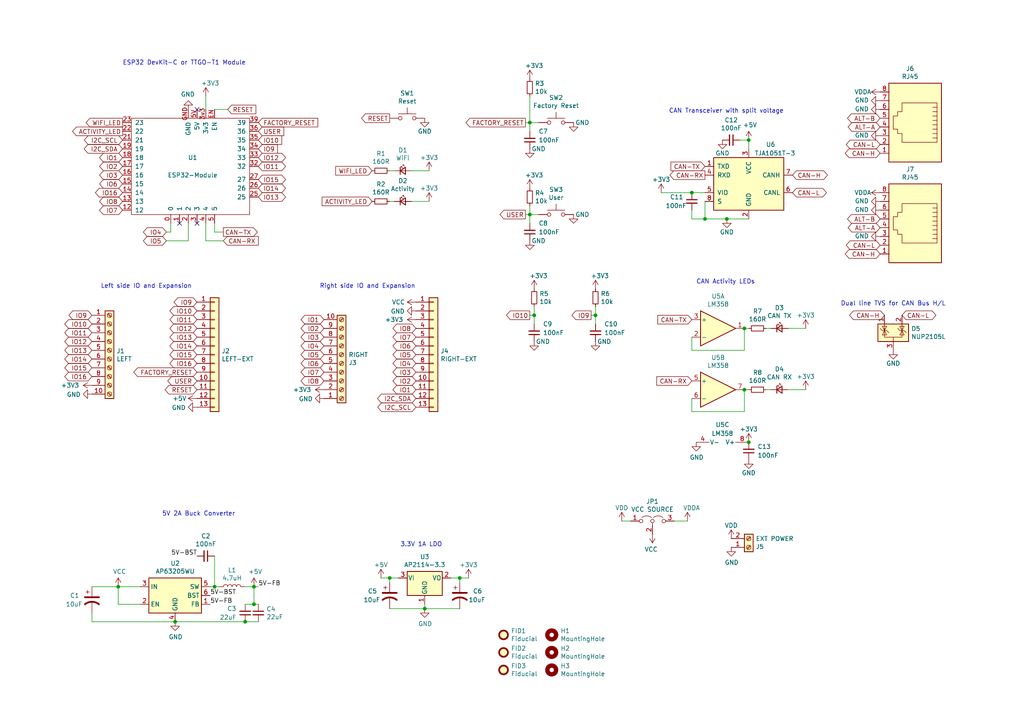
<source format=kicad_sch>
(kicad_sch (version 20211123) (generator eeschema)
  (paper "A4")
  (title_block (title "ESP32 OpenLCB IO Board") (date "2020-12-14") (rev "1.0"))
  (lib_symbols
    (symbol "Amplifier_Operational:LM358" (pin_names (offset 0.127))
      (property "Reference" "U" (at 0 5.08 0))
      (property "Value" "LM358" (at 0 -5.08 0))
      (symbol "LM358_1_1"
        (pin output line (at 7.62 0 180) (length 2.54) (name "~") (number "1"))
        (pin input line (at -7.62 -2.54 0) (length 2.54) (name "-") (number "2"))
        (pin input line (at -7.62 2.54 0) (length 2.54) (name "+") (number "3"))
      )
      (symbol "LM358_2_1"
        (pin input line (at -7.62 2.54 0) (length 2.54) (name "+") (number "5"))
        (pin input line (at -7.62 -2.54 0) (length 2.54) (name "-") (number "6"))
        (pin output line (at 7.62 0 180) (length 2.54) (name "~") (number "7"))
      )
      (symbol "LM358_3_1"
        (pin power_in line (at -2.54 -7.62 90) (length 3.81) (name "V-") (number "4"))
        (pin power_in line (at -2.54 7.62 270) (length 3.81) (name "V+") (number "8"))
      )
    )
    (symbol "Components:ESP32-Module" (pin_names (offset 1.016))
      (property "Reference" "U" (at -3.81 24.13 0))
      (property "Value" "ESP32-Module" (at -3.81 21.59 0))
      (symbol "ESP32-Module_1_1"
        (pin bidirectional line (at -1.27 -10.16 90) (length 2.54) (name "0") (number "0"))
        (pin bidirectional line (at 1.27 -10.16 90) (length 2.54) (name "1") (number "1"))
        (pin bidirectional line (at -15.24 -6.35 0) (length 2.54) (name "12") (number "12"))
        (pin bidirectional line (at -15.24 -3.81 0) (length 2.54) (name "13") (number "13"))
        (pin bidirectional line (at -15.24 -1.27 0) (length 2.54) (name "14") (number "14"))
        (pin bidirectional line (at -15.24 1.27 0) (length 2.54) (name "15") (number "15"))
        (pin bidirectional line (at -15.24 3.81 0) (length 2.54) (name "16") (number "16"))
        (pin bidirectional line (at -15.24 6.35 0) (length 2.54) (name "17") (number "17"))
        (pin bidirectional line (at -15.24 8.89 0) (length 2.54) (name "18") (number "18"))
        (pin bidirectional line (at -15.24 11.43 0) (length 2.54) (name "19") (number "19"))
        (pin bidirectional line (at 3.81 -10.16 90) (length 2.54) (name "2") (number "2"))
        (pin bidirectional line (at -15.24 13.97 0) (length 2.54) (name "21") (number "21"))
        (pin bidirectional line (at -15.24 16.51 0) (length 2.54) (name "22") (number "22"))
        (pin bidirectional line (at -15.24 19.05 0) (length 2.54) (name "23") (number "23"))
        (pin bidirectional line (at 24.13 -2.54 180) (length 2.54) (name "25") (number "25"))
        (pin bidirectional line (at 24.13 0 180) (length 2.54) (name "26") (number "26"))
        (pin bidirectional line (at 24.13 2.54 180) (length 2.54) (name "27") (number "27"))
        (pin bidirectional line (at 6.35 -10.16 90) (length 2.54) (name "3") (number "3"))
        (pin bidirectional line (at 24.13 6.35 180) (length 2.54) (name "32") (number "32"))
        (pin bidirectional line (at 24.13 8.89 180) (length 2.54) (name "33") (number "33"))
        (pin input line (at 24.13 11.43 180) (length 2.54) (name "34") (number "34"))
        (pin input line (at 24.13 13.97 180) (length 2.54) (name "35") (number "35"))
        (pin input line (at 24.13 16.51 180) (length 2.54) (name "36") (number "36"))
        (pin input line (at 24.13 19.05 180) (length 2.54) (name "39") (number "39"))
        (pin bidirectional line (at 8.89 22.86 270) (length 2.54) (name "3v3") (number "3v3"))
        (pin bidirectional line (at 8.89 -10.16 90) (length 2.54) (name "4") (number "4"))
        (pin bidirectional line (at 11.43 -10.16 90) (length 2.54) (name "5") (number "5"))
        (pin bidirectional line (at 6.35 22.86 270) (length 2.54) (name "5V") (number "5V"))
        (pin bidirectional line (at 11.43 22.86 270) (length 2.54) (name "EN") (number "EN"))
        (pin bidirectional line (at 3.81 22.86 270) (length 2.54) (name "GND") (number "GND"))
      )
    )
    (symbol "Connector:RJ45" (pin_names (offset 1.016))
      (property "Reference" "J" (at -5.08 13.97 0))
      (property "Value" "RJ45" (at 2.54 13.97 0))
      (symbol "RJ45_1_1"
        (pin passive line (at 10.16 -7.62 180) (length 2.54) (name "~") (number "1"))
        (pin passive line (at 10.16 -5.08 180) (length 2.54) (name "~") (number "2"))
        (pin passive line (at 10.16 -2.54 180) (length 2.54) (name "~") (number "3"))
        (pin passive line (at 10.16 0 180) (length 2.54) (name "~") (number "4"))
        (pin passive line (at 10.16 2.54 180) (length 2.54) (name "~") (number "5"))
        (pin passive line (at 10.16 5.08 180) (length 2.54) (name "~") (number "6"))
        (pin passive line (at 10.16 7.62 180) (length 2.54) (name "~") (number "7"))
        (pin passive line (at 10.16 10.16 180) (length 2.54) (name "~") (number "8"))
      )
    )
    (symbol "Connector:Screw_Terminal_01x02" (pin_names (offset 1.016) hide)
      (property "Reference" "J" (at 0 2.54 0))
      (property "Value" "Screw_Terminal_01x02" (at 0 -5.08 0))
      (symbol "Screw_Terminal_01x02_1_1"
        (pin passive line (at -5.08 0 0) (length 3.81) (name "Pin_1") (number "1"))
        (pin passive line (at -5.08 -2.54 0) (length 3.81) (name "Pin_2") (number "2"))
      )
    )
    (symbol "Connector:Screw_Terminal_01x10" (pin_names (offset 1.016) hide)
      (property "Reference" "J" (at 0 12.7 0))
      (property "Value" "Screw_Terminal_01x10" (at 0 -15.24 0))
      (symbol "Screw_Terminal_01x10_1_1"
        (pin passive line (at -5.08 10.16 0) (length 3.81) (name "Pin_1") (number "1"))
        (pin passive line (at -5.08 -12.7 0) (length 3.81) (name "Pin_10") (number "10"))
        (pin passive line (at -5.08 7.62 0) (length 3.81) (name "Pin_2") (number "2"))
        (pin passive line (at -5.08 5.08 0) (length 3.81) (name "Pin_3") (number "3"))
        (pin passive line (at -5.08 2.54 0) (length 3.81) (name "Pin_4") (number "4"))
        (pin passive line (at -5.08 0 0) (length 3.81) (name "Pin_5") (number "5"))
        (pin passive line (at -5.08 -2.54 0) (length 3.81) (name "Pin_6") (number "6"))
        (pin passive line (at -5.08 -5.08 0) (length 3.81) (name "Pin_7") (number "7"))
        (pin passive line (at -5.08 -7.62 0) (length 3.81) (name "Pin_8") (number "8"))
        (pin passive line (at -5.08 -10.16 0) (length 3.81) (name "Pin_9") (number "9"))
      )
    )
    (symbol "Connector_Generic:Conn_01x13" (pin_names (offset 1.016) hide)
      (property "Reference" "J" (at 0 17.78 0))
      (property "Value" "Conn_01x13" (at 0 -17.78 0))
      (symbol "Conn_01x13_1_1"
        (pin passive line (at -5.08 15.24 0) (length 3.81) (name "Pin_1") (number "1"))
        (pin passive line (at -5.08 -7.62 0) (length 3.81) (name "Pin_10") (number "10"))
        (pin passive line (at -5.08 -10.16 0) (length 3.81) (name "Pin_11") (number "11"))
        (pin passive line (at -5.08 -12.7 0) (length 3.81) (name "Pin_12") (number "12"))
        (pin passive line (at -5.08 -15.24 0) (length 3.81) (name "Pin_13") (number "13"))
        (pin passive line (at -5.08 12.7 0) (length 3.81) (name "Pin_2") (number "2"))
        (pin passive line (at -5.08 10.16 0) (length 3.81) (name "Pin_3") (number "3"))
        (pin passive line (at -5.08 7.62 0) (length 3.81) (name "Pin_4") (number "4"))
        (pin passive line (at -5.08 5.08 0) (length 3.81) (name "Pin_5") (number "5"))
        (pin passive line (at -5.08 2.54 0) (length 3.81) (name "Pin_6") (number "6"))
        (pin passive line (at -5.08 0 0) (length 3.81) (name "Pin_7") (number "7"))
        (pin passive line (at -5.08 -2.54 0) (length 3.81) (name "Pin_8") (number "8"))
        (pin passive line (at -5.08 -5.08 0) (length 3.81) (name "Pin_9") (number "9"))
      )
    )
    (symbol "Device:CP1" (pin_numbers hide) (pin_names (offset 0.254) hide)
      (property "Reference" "C" (at 0.635 2.54 0))
      (property "Value" "Device_CP1" (at 0.635 -2.54 0))
      (symbol "CP1_1_1"
        (pin passive line (at 0 3.81 270) (length 2.794) (name "~") (number "1"))
        (pin passive line (at 0 -3.81 90) (length 3.302) (name "~") (number "2"))
      )
    )
    (symbol "Device:C_Small" (pin_numbers hide) (pin_names (offset 0.254) hide)
      (property "Reference" "C" (at 0.254 1.778 0))
      (property "Value" "C_Small" (at 0.254 -2.032 0))
      (symbol "C_Small_1_1"
        (pin passive line (at 0 2.54 270) (length 2.032) (name "~") (number "1"))
        (pin passive line (at 0 -2.54 90) (length 2.032) (name "~") (number "2"))
      )
    )
    (symbol "Device:L" (pin_numbers hide) (pin_names (offset 1.016) hide)
      (property "Reference" "L" (at -1.27 0 90))
      (property "Value" "L" (at 1.905 0 90))
      (symbol "L_1_1"
        (pin passive line (at 0 3.81 270) (length 1.27) (name "1") (number "1"))
        (pin passive line (at 0 -3.81 90) (length 1.27) (name "2") (number "2"))
      )
    )
    (symbol "Device:LED_Small" (pin_numbers hide) (pin_names (offset 0.254) hide)
      (property "Reference" "D" (at -1.27 3.175 0))
      (property "Value" "LED_Small" (at -4.445 -2.54 0))
      (symbol "LED_Small_1_1"
        (pin passive line (at -2.54 0 0) (length 1.778) (name "K") (number "1"))
        (pin passive line (at 2.54 0 180) (length 1.778) (name "A") (number "2"))
      )
    )
    (symbol "Device:R_Small" (pin_numbers hide) (pin_names (offset 0.254) hide)
      (property "Reference" "R" (at 0.762 0.508 0))
      (property "Value" "R_Small" (at 0.762 -1.016 0))
      (symbol "R_Small_1_1"
        (pin passive line (at 0 2.54 270) (length 0.762) (name "~") (number "1"))
        (pin passive line (at 0 -2.54 90) (length 0.762) (name "~") (number "2"))
      )
    )
    (symbol "Interface_CAN_LIN:TJA1051T-3" (pin_names (offset 1.016))
      (property "Reference" "U" (at -10.16 8.89 0))
      (property "Value" "TJA1051T-3" (at 1.27 8.89 0))
      (symbol "TJA1051T-3_1_1"
        (pin input line (at -12.7 5.08 0) (length 2.54) (name "TXD") (number "1"))
        (pin power_in line (at 0 -10.16 90) (length 2.54) (name "GND") (number "2"))
        (pin power_in line (at 0 10.16 270) (length 2.54) (name "VCC") (number "3"))
        (pin output line (at -12.7 2.54 0) (length 2.54) (name "RXD") (number "4"))
        (pin power_in line (at -12.7 -2.54 0) (length 2.54) (name "VIO") (number "5"))
        (pin bidirectional line (at 12.7 -2.54 180) (length 2.54) (name "CANL") (number "6"))
        (pin bidirectional line (at 12.7 2.54 180) (length 2.54) (name "CANH") (number "7"))
        (pin input line (at -12.7 -5.08 0) (length 2.54) (name "S") (number "8"))
      )
    )
    (symbol "Jumper:Jumper_3_Open" (pin_names (offset 0) hide)
      (property "Reference" "JP" (at -2.54 -2.54 0))
      (property "Value" "Jumper_3_Open" (at 0 2.794 0))
      (symbol "Jumper_3_Open_1_1"
        (pin passive line (at -6.35 0 0) (length 2.54) (name "A") (number "1"))
        (pin input line (at 0 -3.81 90) (length 2.54) (name "C") (number "2"))
        (pin passive line (at 6.35 0 180) (length 2.54) (name "B") (number "3"))
      )
    )
    (symbol "Mechanical:Fiducial"
      (property "Reference" "FID" (at 0 5.08 0))
      (property "Value" "Fiducial" (at 0 3.175 0))
    )
    (symbol "Mechanical:MountingHole" (pin_names (offset 1.016))
      (property "Reference" "H" (at 0 5.08 0))
      (property "Value" "MountingHole" (at 0 3.175 0))
    )
    (symbol "Power_Protection:NUP2105L" (pin_names hide)
      (property "Reference" "D" (at 5.715 2.54 0))
      (property "Value" "NUP2105L" (at 5.715 0.635 0))
      (symbol "NUP2105L_0_0"
        (pin passive line (at 0 -5.08 90) (length 2.54) (name "A") (number "3"))
      )
      (symbol "NUP2105L_1_1"
        (pin passive line (at -2.54 5.08 270) (length 2.54) (name "K") (number "1"))
        (pin passive line (at 2.54 5.08 270) (length 2.54) (name "K") (number "2"))
      )
    )
    (symbol "Regulator_Linear:NCP1117-3.3_SOT223" (pin_names (offset 0.254))
      (property "Reference" "U" (at -3.81 3.175 0))
      (property "Value" "NCP1117-3.3_SOT223" (at 0 3.175 0))
      (symbol "NCP1117-3.3_SOT223_1_1"
        (pin power_in line (at 0 -7.62 90) (length 2.54) (name "GND") (number "1"))
        (pin power_out line (at 7.62 0 180) (length 2.54) (name "VO") (number "2"))
        (pin power_in line (at -7.62 0 0) (length 2.54) (name "VI") (number "3"))
      )
    )
    (symbol "Regulator_Switching:AP63205WU"
      (property "Reference" "U" (at -7.62 6.35 0))
      (property "Value" "AP63205WU" (at 2.54 6.35 0))
      (symbol "AP63205WU_1_1"
        (pin input line (at 10.16 -2.54 180) (length 2.54) (name "FB") (number "1"))
        (pin input line (at -10.16 -2.54 0) (length 2.54) (name "EN") (number "2"))
        (pin power_in line (at -10.16 2.54 0) (length 2.54) (name "IN") (number "3"))
        (pin power_in line (at 0 -7.62 90) (length 2.54) (name "GND") (number "4"))
        (pin output line (at 10.16 2.54 180) (length 2.54) (name "SW") (number "5"))
        (pin passive line (at 10.16 0 180) (length 2.54) (name "BST") (number "6"))
      )
    )
    (symbol "Switch:SW_Push" (pin_numbers hide) (pin_names (offset 1.016) hide)
      (property "Reference" "SW" (at 1.27 2.54 0))
      (property "Value" "SW_Push" (at 0 -1.524 0))
      (symbol "SW_Push_0_1"
        (pin passive line (at -5.08 0 0) (length 2.54) (name "1") (number "1"))
        (pin passive line (at 5.08 0 180) (length 2.54) (name "2") (number "2"))
      )
    )
    (symbol "power:+3V3" (power) (pin_names (offset 0))
      (property "Value" "+3V3" (at 0 3.556 0))
      (symbol "+3V3_1_1"
        (pin power_in line (at 0 0 90) (length 0) hide (name "+3V3") (number "1"))
      )
    )
    (symbol "power:+5V" (power) (pin_names (offset 0))
      (property "Value" "+5V" (at 0 3.556 0))
      (symbol "+5V_1_1"
        (pin power_in line (at 0 0 90) (length 0) hide (name "+5V") (number "1"))
      )
    )
    (symbol "power:GND" (power) (pin_names (offset 0))
      (property "Value" "GND" (at 0 -3.81 0))
      (symbol "GND_1_1"
        (pin power_in line (at 0 0 270) (length 0) hide (name "GND") (number "1"))
      )
    )
    (symbol "power:VCC" (power) (pin_names (offset 0))
      (property "Value" "VCC" (at 0 3.81 0))
      (symbol "VCC_1_1"
        (pin power_in line (at 0 0 90) (length 0) hide (name "VCC") (number "1"))
      )
    )
    (symbol "power:VDD" (power) (pin_names (offset 0))
      (property "Value" "VDD" (at 0 3.81 0))
      (symbol "VDD_1_1"
        (pin power_in line (at 0 0 90) (length 0) hide (name "VDD") (number "1"))
      )
    )
    (symbol "power:VDDA" (power) (pin_names (offset 0))
      (property "Value" "VDDA" (at 0 3.81 0))
      (symbol "VDDA_1_1"
        (pin power_in line (at 0 0 90) (length 0) hide (name "VDDA") (number "1"))
      )
    )
  )
  (junction (at 200.66 55.88))
  (junction (at 73.66 170.18))
  (junction (at 217.17 40.64))
  (junction (at 204.47 63.5))
  (junction (at 133.35 167.64))
  (junction (at 215.9 113.03))
  (junction (at 153.67 35.56))
  (junction (at 154.94 91.44))
  (junction (at 62.23 170.18))
  (junction (at 172.72 91.44))
  (junction (at 113.03 167.64))
  (junction (at 34.29 170.18))
  (junction (at 210.82 63.5))
  (junction (at 123.19 176.53))
  (junction (at 153.67 62.23))
  (junction (at 215.9 95.25))
  (junction (at 217.17 128.27))
  (junction (at 50.8 180.34))
  (junction (at 71.12 180.34))
  (junction (at 73.66 175.26))
  (no_connect (at 57.15 64.77))
  (no_connect (at 57.15 31.75))
  (no_connect (at 52.07 64.77))
  (wire (pts (xy 153.67 59.69) (xy 153.67 62.23)))
  (wire (pts (xy 152.4 62.23) (xy 153.67 62.23)))
  (wire (pts (xy 215.9 113.03) (xy 215.9 119.38)))
  (wire (pts (xy 59.69 69.85) (xy 64.77 69.85)))
  (wire (pts (xy 182.88 151.13) (xy 180.34 151.13)))
  (wire (pts (xy 204.47 63.5) (xy 210.82 63.5)))
  (wire (pts (xy 152.4 35.56) (xy 153.67 35.56)))
  (wire (pts (xy 215.9 95.25) (xy 215.9 101.6)))
  (wire (pts (xy 153.67 35.56) (xy 153.67 38.1)))
  (wire (pts (xy 217.17 40.64) (xy 214.63 40.64)))
  (wire (pts (xy 228.6 113.03) (xy 233.68 113.03)))
  (wire (pts (xy 113.03 176.53) (xy 123.19 176.53)))
  (wire (pts (xy 114.3 58.42) (xy 113.03 58.42)))
  (wire (pts (xy 153.67 62.23) (xy 156.21 62.23)))
  (wire (pts (xy 59.69 64.77) (xy 59.69 69.85)))
  (wire (pts (xy 133.35 176.53) (xy 123.19 176.53)))
  (wire (pts (xy 171.45 91.44) (xy 172.72 91.44)))
  (wire (pts (xy 73.66 170.18) (xy 73.66 175.26)))
  (wire (pts (xy 71.12 175.26) (xy 73.66 175.26)))
  (wire (pts (xy 66.04 31.75) (xy 62.23 31.75)))
  (wire (pts (xy 74.93 180.34) (xy 71.12 180.34)))
  (wire (pts (xy 113.03 167.64) (xy 113.03 168.91)))
  (wire (pts (xy 119.38 49.53) (xy 124.46 49.53)))
  (wire (pts (xy 172.72 88.9) (xy 172.72 91.44)))
  (wire (pts (xy 153.67 35.56) (xy 156.21 35.56)))
  (wire (pts (xy 64.77 67.31) (xy 62.23 67.31)))
  (wire (pts (xy 153.67 62.23) (xy 153.67 64.77)))
  (wire (pts (xy 34.29 170.18) (xy 26.67 170.18)))
  (wire (pts (xy 133.35 167.64) (xy 133.35 168.91)))
  (wire (pts (xy 49.53 64.77) (xy 49.53 67.31)))
  (wire (pts (xy 115.57 167.64) (xy 113.03 167.64)))
  (wire (pts (xy 200.66 60.96) (xy 200.66 63.5)))
  (wire (pts (xy 223.52 95.25) (xy 222.25 95.25)))
  (wire (pts (xy 62.23 170.18) (xy 62.23 161.29)))
  (wire (pts (xy 200.66 101.6) (xy 200.66 97.79)))
  (wire (pts (xy 204.47 58.42) (xy 204.47 63.5)))
  (wire (pts (xy 154.94 88.9) (xy 154.94 91.44)))
  (wire (pts (xy 195.58 151.13) (xy 199.39 151.13)))
  (wire (pts (xy 60.96 170.18) (xy 62.23 170.18)))
  (wire (pts (xy 153.67 91.44) (xy 154.94 91.44)))
  (wire (pts (xy 62.23 67.31) (xy 62.23 64.77)))
  (wire (pts (xy 215.9 101.6) (xy 200.66 101.6)))
  (wire (pts (xy 59.69 31.75) (xy 59.69 27.94)))
  (wire (pts (xy 217.17 63.5) (xy 210.82 63.5)))
  (wire (pts (xy 217.17 95.25) (xy 215.9 95.25)))
  (wire (pts (xy 73.66 175.26) (xy 74.93 175.26)))
  (wire (pts (xy 133.35 167.64) (xy 135.89 167.64)))
  (wire (pts (xy 204.47 55.88) (xy 200.66 55.88)))
  (wire (pts (xy 154.94 91.44) (xy 154.94 93.98)))
  (wire (pts (xy 49.53 67.31) (xy 48.26 67.31)))
  (wire (pts (xy 123.19 176.53) (xy 123.19 175.26)))
  (wire (pts (xy 114.3 49.53) (xy 113.03 49.53)))
  (wire (pts (xy 71.12 180.34) (xy 50.8 180.34)))
  (wire (pts (xy 217.17 40.64) (xy 217.17 43.18)))
  (wire (pts (xy 48.26 69.85) (xy 54.61 69.85)))
  (wire (pts (xy 71.12 170.18) (xy 73.66 170.18)))
  (wire (pts (xy 26.67 180.34) (xy 26.67 177.8)))
  (wire (pts (xy 172.72 91.44) (xy 172.72 93.98)))
  (wire (pts (xy 223.52 113.03) (xy 222.25 113.03)))
  (wire (pts (xy 34.29 170.18) (xy 40.64 170.18)))
  (wire (pts (xy 217.17 113.03) (xy 215.9 113.03)))
  (wire (pts (xy 119.38 58.42) (xy 124.46 58.42)))
  (wire (pts (xy 40.64 175.26) (xy 34.29 175.26)))
  (wire (pts (xy 73.66 170.18) (xy 74.93 170.18)))
  (wire (pts (xy 50.8 180.34) (xy 26.67 180.34)))
  (wire (pts (xy 200.66 63.5) (xy 204.47 63.5)))
  (wire (pts (xy 62.23 170.18) (xy 63.5 170.18)))
  (wire (pts (xy 200.66 119.38) (xy 200.66 115.57)))
  (wire (pts (xy 200.66 55.88) (xy 191.77 55.88)))
  (wire (pts (xy 130.81 167.64) (xy 133.35 167.64)))
  (wire (pts (xy 153.67 27.94) (xy 153.67 35.56)))
  (wire (pts (xy 110.49 167.64) (xy 113.03 167.64)))
  (wire (pts (xy 215.9 119.38) (xy 200.66 119.38)))
  (wire (pts (xy 54.61 69.85) (xy 54.61 64.77)))
  (wire (pts (xy 34.29 175.26) (xy 34.29 170.18)))
  (wire (pts (xy 228.6 95.25) (xy 233.68 95.25)))
  (text "Right side IO and Expansion" (at 92.71 83.82 0) (effects (font (size 1.27 1.27)) (justify left bottom)))
  (text "5V 2A Buck Converter" (at 46.99 149.86 0) (effects (font (size 1.27 1.27)) (justify left bottom)))
  (text "Left side IO and Expansion" (at 29.21 83.82 0) (effects (font (size 1.27 1.27)) (justify left bottom)))
  (text "3.3V 1A LDO" (at 128.27 158.75 180) (effects (font (size 1.27 1.27)) (justify right bottom)))
  (text "ESP32 DevKit-C or TTGO-T1 Module" (at 35.56 19.05 0) (effects (font (size 1.27 1.27)) (justify left bottom)))
  (text "CAN Transceiver with split voltage" (at 227.33 33.02 180) (effects (font (size 1.27 1.27)) (justify right bottom)))
  (text "CAN Activity LEDs" (at 201.93 82.55 0) (effects (font (size 1.27 1.27)) (justify left bottom)))
  (text "Dual line TVS for CAN Bus H/L" (at 274.32 88.9 180) (effects (font (size 1.27 1.27)) (justify right bottom)))
  (label "5V-FB" (at 60.96 175.26 0))
  (label "5V-BST" (at 60.96 172.72 0))
  (label "5V-BST" (at 57.15 161.29 180))
  (label "5V-FB" (at 74.93 170.18 0))
  (global_label "I2C_SDA" (shape bidirectional) (at 35.56 43.18 180) (property "Intersheet References" "${INTERSHEET_REFS}" (effects hide)))
  (global_label "IO15" (shape bidirectional) (at 74.93 52.07 0) (property "Intersheet References" "${INTERSHEET_REFS}" (effects hide)))
  (global_label "IO8" (shape bidirectional) (at 35.56 58.42 180) (property "Intersheet References" "${INTERSHEET_REFS}" (effects hide)))
  (global_label "CAN-RX" (shape input) (at 200.66 110.49 180) (property "Intersheet References" "${INTERSHEET_REFS}" (effects hide)))
  (global_label "FACTORY_RESET" (shape bidirectional) (at 57.15 107.95 180) (property "Intersheet References" "${INTERSHEET_REFS}" (effects hide)))
  (global_label "IO9" (shape input) (at 74.93 43.18 0) (property "Intersheet References" "${INTERSHEET_REFS}" (effects hide)))
  (global_label "ALT-B" (shape bidirectional) (at 255.27 63.5 180) (property "Intersheet References" "${INTERSHEET_REFS}" (effects hide)))
  (global_label "CAN-L" (shape bidirectional) (at 255.27 41.91 180) (property "Intersheet References" "${INTERSHEET_REFS}" (effects hide)))
  (global_label "IO1" (shape bidirectional) (at 93.98 92.71 180) (property "Intersheet References" "${INTERSHEET_REFS}" (effects hide)))
  (global_label "CAN-L" (shape bidirectional) (at 261.62 91.44 0) (property "Intersheet References" "${INTERSHEET_REFS}" (effects hide)))
  (global_label "IO4" (shape bidirectional) (at 93.98 100.33 180) (property "Intersheet References" "${INTERSHEET_REFS}" (effects hide)))
  (global_label "CAN-TX" (shape output) (at 64.77 67.31 0) (property "Intersheet References" "${INTERSHEET_REFS}" (effects hide)))
  (global_label "IO10" (shape input) (at 74.93 40.64 0) (property "Intersheet References" "${INTERSHEET_REFS}" (effects hide)))
  (global_label "ACTIVITY_LED" (shape output) (at 35.56 38.1 180) (property "Intersheet References" "${INTERSHEET_REFS}" (effects hide)))
  (global_label "USER" (shape bidirectional) (at 57.15 110.49 180) (property "Intersheet References" "${INTERSHEET_REFS}" (effects hide)))
  (global_label "IO7" (shape bidirectional) (at 120.65 97.79 180) (property "Intersheet References" "${INTERSHEET_REFS}" (effects hide)))
  (global_label "IO4" (shape bidirectional) (at 48.26 67.31 180) (property "Intersheet References" "${INTERSHEET_REFS}" (effects hide)))
  (global_label "IO13" (shape bidirectional) (at 57.15 97.79 180) (property "Intersheet References" "${INTERSHEET_REFS}" (effects hide)))
  (global_label "IO3" (shape bidirectional) (at 93.98 97.79 180) (property "Intersheet References" "${INTERSHEET_REFS}" (effects hide)))
  (global_label "IO4" (shape bidirectional) (at 120.65 105.41 180) (property "Intersheet References" "${INTERSHEET_REFS}" (effects hide)))
  (global_label "IO10" (shape bidirectional) (at 57.15 90.17 180) (property "Intersheet References" "${INTERSHEET_REFS}" (effects hide)))
  (global_label "IO8" (shape bidirectional) (at 120.65 95.25 180) (property "Intersheet References" "${INTERSHEET_REFS}" (effects hide)))
  (global_label "IO1" (shape bidirectional) (at 35.56 45.72 180) (property "Intersheet References" "${INTERSHEET_REFS}" (effects hide)))
  (global_label "ACTIVITY_LED" (shape input) (at 107.95 58.42 180) (property "Intersheet References" "${INTERSHEET_REFS}" (effects hide)))
  (global_label "IO15" (shape bidirectional) (at 26.67 106.68 180) (property "Intersheet References" "${INTERSHEET_REFS}" (effects hide)))
  (global_label "CAN-TX" (shape input) (at 204.47 48.26 180) (property "Intersheet References" "${INTERSHEET_REFS}" (effects hide)))
  (global_label "IO3" (shape bidirectional) (at 35.56 50.8 180) (property "Intersheet References" "${INTERSHEET_REFS}" (effects hide)))
  (global_label "USER" (shape input) (at 74.93 38.1 0) (property "Intersheet References" "${INTERSHEET_REFS}" (effects hide)))
  (global_label "IO3" (shape bidirectional) (at 120.65 107.95 180) (property "Intersheet References" "${INTERSHEET_REFS}" (effects hide)))
  (global_label "IO9" (shape output) (at 171.45 91.44 180) (property "Intersheet References" "${INTERSHEET_REFS}" (effects hide)))
  (global_label "IO16" (shape bidirectional) (at 57.15 105.41 180) (property "Intersheet References" "${INTERSHEET_REFS}" (effects hide)))
  (global_label "IO12" (shape bidirectional) (at 74.93 45.72 0) (property "Intersheet References" "${INTERSHEET_REFS}" (effects hide)))
  (global_label "IO7" (shape bidirectional) (at 93.98 107.95 180) (property "Intersheet References" "${INTERSHEET_REFS}" (effects hide)))
  (global_label "ALT-A" (shape bidirectional) (at 255.27 66.04 180) (property "Intersheet References" "${INTERSHEET_REFS}" (effects hide)))
  (global_label "IO6" (shape bidirectional) (at 35.56 53.34 180) (property "Intersheet References" "${INTERSHEET_REFS}" (effects hide)))
  (global_label "CAN-H" (shape bidirectional) (at 256.54 91.44 180) (property "Intersheet References" "${INTERSHEET_REFS}" (effects hide)))
  (global_label "IO11" (shape bidirectional) (at 26.67 96.52 180) (property "Intersheet References" "${INTERSHEET_REFS}" (effects hide)))
  (global_label "I2C_SCL" (shape bidirectional) (at 35.56 40.64 180) (property "Intersheet References" "${INTERSHEET_REFS}" (effects hide)))
  (global_label "CAN-H" (shape bidirectional) (at 229.87 50.8 0) (property "Intersheet References" "${INTERSHEET_REFS}" (effects hide)))
  (global_label "IO14" (shape bidirectional) (at 57.15 100.33 180) (property "Intersheet References" "${INTERSHEET_REFS}" (effects hide)))
  (global_label "CAN-RX" (shape output) (at 204.47 50.8 180) (property "Intersheet References" "${INTERSHEET_REFS}" (effects hide)))
  (global_label "IO9" (shape bidirectional) (at 26.67 91.44 180) (property "Intersheet References" "${INTERSHEET_REFS}" (effects hide)))
  (global_label "I2C_SDA" (shape bidirectional) (at 120.65 115.57 180) (property "Intersheet References" "${INTERSHEET_REFS}" (effects hide)))
  (global_label "WIFI_LED" (shape input) (at 107.95 49.53 180) (property "Intersheet References" "${INTERSHEET_REFS}" (effects hide)))
  (global_label "IO1" (shape bidirectional) (at 120.65 113.03 180) (property "Intersheet References" "${INTERSHEET_REFS}" (effects hide)))
  (global_label "ALT-A" (shape bidirectional) (at 255.27 36.83 180) (property "Intersheet References" "${INTERSHEET_REFS}" (effects hide)))
  (global_label "I2C_SCL" (shape bidirectional) (at 120.65 118.11 180) (property "Intersheet References" "${INTERSHEET_REFS}" (effects hide)))
  (global_label "IO14" (shape bidirectional) (at 26.67 104.14 180) (property "Intersheet References" "${INTERSHEET_REFS}" (effects hide)))
  (global_label "IO5" (shape bidirectional) (at 93.98 102.87 180) (property "Intersheet References" "${INTERSHEET_REFS}" (effects hide)))
  (global_label "IO11" (shape bidirectional) (at 74.93 48.26 0) (property "Intersheet References" "${INTERSHEET_REFS}" (effects hide)))
  (global_label "IO10" (shape bidirectional) (at 26.67 93.98 180) (property "Intersheet References" "${INTERSHEET_REFS}" (effects hide)))
  (global_label "IO6" (shape bidirectional) (at 120.65 100.33 180) (property "Intersheet References" "${INTERSHEET_REFS}" (effects hide)))
  (global_label "IO8" (shape bidirectional) (at 93.98 110.49 180) (property "Intersheet References" "${INTERSHEET_REFS}" (effects hide)))
  (global_label "CAN-TX" (shape input) (at 200.66 92.71 180) (property "Intersheet References" "${INTERSHEET_REFS}" (effects hide)))
  (global_label "IO16" (shape bidirectional) (at 26.67 109.22 180) (property "Intersheet References" "${INTERSHEET_REFS}" (effects hide)))
  (global_label "IO11" (shape bidirectional) (at 57.15 92.71 180) (property "Intersheet References" "${INTERSHEET_REFS}" (effects hide)))
  (global_label "USER" (shape output) (at 152.4 62.23 180) (property "Intersheet References" "${INTERSHEET_REFS}" (effects hide)))
  (global_label "WIFI_LED" (shape output) (at 35.56 35.56 180) (property "Intersheet References" "${INTERSHEET_REFS}" (effects hide)))
  (global_label "IO16" (shape bidirectional) (at 35.56 55.88 180) (property "Intersheet References" "${INTERSHEET_REFS}" (effects hide)))
  (global_label "IO14" (shape bidirectional) (at 74.93 54.61 0) (property "Intersheet References" "${INTERSHEET_REFS}" (effects hide)))
  (global_label "IO2" (shape bidirectional) (at 35.56 48.26 180) (property "Intersheet References" "${INTERSHEET_REFS}" (effects hide)))
  (global_label "CAN-H" (shape bidirectional) (at 255.27 44.45 180) (property "Intersheet References" "${INTERSHEET_REFS}" (effects hide)))
  (global_label "IO13" (shape bidirectional) (at 74.93 57.15 0) (property "Intersheet References" "${INTERSHEET_REFS}" (effects hide)))
  (global_label "IO2" (shape bidirectional) (at 93.98 95.25 180) (property "Intersheet References" "${INTERSHEET_REFS}" (effects hide)))
  (global_label "IO15" (shape bidirectional) (at 57.15 102.87 180) (property "Intersheet References" "${INTERSHEET_REFS}" (effects hide)))
  (global_label "IO12" (shape bidirectional) (at 26.67 99.06 180) (property "Intersheet References" "${INTERSHEET_REFS}" (effects hide)))
  (global_label "FACTORY_RESET" (shape output) (at 152.4 35.56 180) (property "Intersheet References" "${INTERSHEET_REFS}" (effects hide)))
  (global_label "IO7" (shape bidirectional) (at 35.56 60.96 180) (property "Intersheet References" "${INTERSHEET_REFS}" (effects hide)))
  (global_label "IO10" (shape output) (at 153.67 91.44 180) (property "Intersheet References" "${INTERSHEET_REFS}" (effects hide)))
  (global_label "FACTORY_RESET" (shape input) (at 74.93 35.56 0) (property "Intersheet References" "${INTERSHEET_REFS}" (effects hide)))
  (global_label "IO5" (shape bidirectional) (at 48.26 69.85 180) (property "Intersheet References" "${INTERSHEET_REFS}" (effects hide)))
  (global_label "IO6" (shape bidirectional) (at 93.98 105.41 180) (property "Intersheet References" "${INTERSHEET_REFS}" (effects hide)))
  (global_label "IO5" (shape bidirectional) (at 120.65 102.87 180) (property "Intersheet References" "${INTERSHEET_REFS}" (effects hide)))
  (global_label "CAN-RX" (shape input) (at 64.77 69.85 0) (property "Intersheet References" "${INTERSHEET_REFS}" (effects hide)))
  (global_label "IO13" (shape bidirectional) (at 26.67 101.6 180) (property "Intersheet References" "${INTERSHEET_REFS}" (effects hide)))
  (global_label "ALT-B" (shape bidirectional) (at 255.27 34.29 180) (property "Intersheet References" "${INTERSHEET_REFS}" (effects hide)))
  (global_label "IO9" (shape bidirectional) (at 57.15 87.63 180) (property "Intersheet References" "${INTERSHEET_REFS}" (effects hide)))
  (global_label "CAN-L" (shape bidirectional) (at 229.87 55.88 0) (property "Intersheet References" "${INTERSHEET_REFS}" (effects hide)))
  (global_label "RESET" (shape bidirectional) (at 57.15 113.03 180) (property "Intersheet References" "${INTERSHEET_REFS}" (effects hide)))
  (global_label "IO12" (shape bidirectional) (at 57.15 95.25 180) (property "Intersheet References" "${INTERSHEET_REFS}" (effects hide)))
  (global_label "IO2" (shape bidirectional) (at 120.65 110.49 180) (property "Intersheet References" "${INTERSHEET_REFS}" (effects hide)))
  (global_label "CAN-L" (shape bidirectional) (at 255.27 71.12 180) (property "Intersheet References" "${INTERSHEET_REFS}" (effects hide)))
  (global_label "CAN-H" (shape bidirectional) (at 255.27 73.66 180) (property "Intersheet References" "${INTERSHEET_REFS}" (effects hide)))
  (global_label "RESET" (shape input) (at 66.04 31.75 0) (property "Intersheet References" "${INTERSHEET_REFS}" (effects hide)))
  (global_label "RESET" (shape output) (at 113.03 34.29 180) (property "Intersheet References" "${INTERSHEET_REFS}" (effects hide)))
  (symbol (lib_id "Connector:RJ45") (at 265.43 36.83 0) (mirror y) (unit 1)
    (property "Reference" "J6" (at 263.9822 19.8882 0))
    (property "Value" "RJ45" (at 263.9822 22.1996 0))
    (property "Footprint" "Connector_RJ:RJ45_OST_PJ012-8P8CX_Vertical" (effects hide))
    (property "Mouser" "571-5569284-1 or 534-949 or 493-HCJV1-812UK" (effects hide))
  )
  (symbol (lib_id "Amplifier_Operational:LM358") (at 208.28 95.25 0) (unit 1)
    (property "Reference" "U5" (at 208.28 85.9282 0))
    (property "Value" "LM358" (at 208.28 88.2396 0))
    (property "Footprint" "Package_SO:SOIC-8_3.9x4.9mm_P1.27mm" (effects hide))
    (property "Datasheet" "http://www.ti.com/lit/ds/symlink/lm2904-n.pdf" (effects hide))
    (property "Mouser" "595-LM358BIDR" (effects hide))
  )
  (symbol (lib_id "Device:LED_Small") (at 226.06 113.03 0) (unit 1)
    (property "Reference" "D4" (at 226.06 107.061 0))
    (property "Value" "CAN RX" (at 226.06 109.3724 0))
    (property "Footprint" "LED_SMD:LED_0603_1608Metric" (effects hide))
    (property "Mouser" "710-150060AS75000" (effects hide))
  )
  (symbol (lib_id "Connector:RJ45") (at 265.43 66.04 0) (mirror y) (unit 1)
    (property "Reference" "J7" (at 263.9822 49.0982 0))
    (property "Value" "RJ45" (at 263.9822 51.4096 0))
    (property "Footprint" "Connector_RJ:RJ45_OST_PJ012-8P8CX_Vertical" (effects hide))
    (property "Mouser" "571-5569284-1 or 534-949 or 493-HCJV1-812UK" (effects hide))
  )
  (symbol (lib_id "Amplifier_Operational:LM358") (at 208.28 113.03 0) (unit 2)
    (property "Reference" "U5" (at 208.28 103.7082 0))
    (property "Value" "LM358" (at 208.28 106.0196 0))
    (property "Footprint" "Package_SO:SOIC-8_3.9x4.9mm_P1.27mm" (effects hide))
    (property "Datasheet" "http://www.ti.com/lit/ds/symlink/lm2904-n.pdf" (effects hide))
    (property "Mouser" "595-LM358BIDR" (effects hide))
  )
  (symbol (lib_id "Device:LED_Small") (at 226.06 95.25 0) (unit 1)
    (property "Reference" "D3" (at 226.06 89.281 0))
    (property "Value" "CAN TX" (at 226.06 91.5924 0))
    (property "Footprint" "LED_SMD:LED_0603_1608Metric" (effects hide))
    (property "Mouser" "710-150060YS75000" (effects hide))
  )
  (symbol (lib_id "power:+3V3") (at 233.68 95.25 0) (unit 1)
    (property "Reference" "#PWR043" (effects hide))
    (property "Value" "+3V3" (at 233.68 91.44 0))
  )
  (symbol (lib_id "Regulator_Switching:AP63205WU") (at 50.8 172.72 0) (unit 1)
    (property "Reference" "U2" (at 50.8 163.3982 0))
    (property "Value" "AP63205WU" (at 50.8 165.7096 0))
    (property "Footprint" "Package_TO_SOT_SMD:TSOT-23-6" (effects hide))
    (property "Datasheet" "https://www.diodes.com/assets/Datasheets/AP63200-AP63201-AP63203-AP63205.pdf" (effects hide))
    (property "Mouser" "621-AP63205WU-7" (effects hide))
  )
  (symbol (lib_id "power:+3V3") (at 233.68 113.03 0) (unit 1)
    (property "Reference" "#PWR044" (effects hide))
    (property "Value" "+3V3" (at 233.68 109.22 0))
  )
  (symbol (lib_id "power:VCC") (at 34.29 170.18 0) (unit 1)
    (property "Reference" "#PWR03" (effects hide))
    (property "Value" "VCC" (at 34.671 165.7858 0))
  )
  (symbol (lib_id "Device:L") (at 67.31 170.18 90) (unit 1)
    (property "Reference" "L1" (at 67.31 165.354 90))
    (property "Value" "4.7uH" (at 67.31 167.6654 90))
    (property "Footprint" "Inductor_SMD:L_7.3x7.3_H4.5" (effects hide))
    (property "Mouser" "81-B1047AS-4R7NP3" (effects hide))
  )
  (symbol (lib_id "Device:CP1") (at 26.67 173.99 0) (unit 1)
    (property "Reference" "C1" (at 20.32 172.72 0) (effects (justify left)))
    (property "Value" "10uF" (at 19.05 175.26 0) (effects (justify left)))
    (property "Footprint" "Capacitor_SMD:CP_Elec_5x5.3" (effects hide))
    (property "Mouser" "710-865230542002" (effects hide))
  )
  (symbol (lib_id "power:+5V") (at 73.66 170.18 0) (unit 1)
    (property "Reference" "#PWR09" (effects hide))
    (property "Value" "+5V" (at 74.041 165.7858 0))
  )
  (symbol (lib_id "Device:R_Small") (at 219.71 95.25 90) (unit 1)
    (property "Reference" "R7" (at 219.71 90.2716 90))
    (property "Value" "160R" (at 219.71 92.583 90))
    (property "Footprint" "Resistor_SMD:R_0603_1608Metric" (effects hide))
    (property "Mouser" "603-AC0603JR-07160RL" (effects hide))
  )
  (symbol (lib_id "Device:C_Small") (at 74.93 177.8 0) (unit 1)
    (property "Reference" "C4" (at 77.2668 176.6316 0) (effects (justify left)))
    (property "Value" "22uF" (at 77.2668 178.943 0) (effects (justify left)))
    (property "Footprint" "Capacitor_SMD:C_0603_1608Metric" (effects hide))
    (property "Mouser" "603-CC0603MRX6S5B226" (effects hide))
  )
  (symbol (lib_id "Device:R_Small") (at 219.71 113.03 90) (unit 1)
    (property "Reference" "R8" (at 219.71 108.0516 90))
    (property "Value" "160R" (at 219.71 110.363 90))
    (property "Footprint" "Resistor_SMD:R_0603_1608Metric" (effects hide))
    (property "Mouser" "603-AC0603JR-07160RL" (effects hide))
  )
  (symbol (lib_id "Device:C_Small") (at 71.12 177.8 180) (unit 1)
    (property "Reference" "C3" (at 68.58 176.53 0) (effects (justify left)))
    (property "Value" "22uF" (at 68.58 179.07 0) (effects (justify left)))
    (property "Footprint" "Capacitor_SMD:C_0603_1608Metric" (effects hide))
    (property "Mouser" "603-CC0603MRX6S5B226" (effects hide))
  )
  (symbol (lib_id "power:GND") (at 50.8 180.34 0) (unit 1)
    (property "Reference" "#PWR04" (effects hide))
    (property "Value" "GND" (at 50.927 184.7342 0))
  )
  (symbol (lib_id "Device:C_Small") (at 59.69 161.29 270) (unit 1)
    (property "Reference" "C2" (at 59.69 155.4734 90))
    (property "Value" "100nF" (at 59.69 157.7848 90))
    (property "Footprint" "Capacitor_SMD:C_0603_1608Metric" (effects hide))
    (property "Mouser" "710-885012206020" (effects hide))
  )
  (symbol (lib_id "Interface_CAN_LIN:TJA1051T-3") (at 217.17 53.34 0) (unit 1)
    (property "Reference" "U6" (at 223.52 41.91 0))
    (property "Value" "TJA1051T-3" (at 224.79 44.45 0))
    (property "Footprint" "Package_SO:SOIC-8_3.9x4.9mm_P1.27mm" (effects hide))
    (property "Datasheet" "http://www.nxp.com/documents/data_sheet/TJA1051.pdf" (effects hide))
    (property "Mouser" "726-IFX1050GVIOXUMA1" (effects hide))
  )
  (symbol (lib_id "power:+3V3") (at 217.17 128.27 0) (unit 1)
    (property "Reference" "#PWR041" (effects hide))
    (property "Value" "+3V3" (at 217.17 124.46 0))
  )
  (symbol (lib_id "power:GND") (at 255.27 68.58 270) (mirror x) (unit 1)
    (property "Reference" "#PWR052" (effects hide))
    (property "Value" "GND" (at 252.0188 68.453 90) (effects (justify right)))
  )
  (symbol (lib_id "Amplifier_Operational:LM358") (at 209.55 130.81 270) (unit 3)
    (property "Reference" "U5" (at 209.55 123.19 90))
    (property "Value" "LM358" (at 209.55 125.73 90))
    (property "Footprint" "Package_SO:SOIC-8_3.9x4.9mm_P1.27mm" (effects hide))
    (property "Datasheet" "http://www.ti.com/lit/ds/symlink/lm2904-n.pdf" (effects hide))
  )
  (symbol (lib_id "power:GND") (at 255.27 60.96 270) (mirror x) (unit 1)
    (property "Reference" "#PWR051" (effects hide))
    (property "Value" "GND" (at 252.0188 60.833 90) (effects (justify right)))
  )
  (symbol (lib_id "power:GND") (at 255.27 58.42 270) (mirror x) (unit 1)
    (property "Reference" "#PWR050" (effects hide))
    (property "Value" "GND" (at 252.0188 58.293 90) (effects (justify right)))
  )
  (symbol (lib_id "power:VDDA") (at 255.27 55.88 90) (mirror x) (unit 1)
    (property "Reference" "#PWR049" (effects hide))
    (property "Value" "VDDA" (at 252.73 55.88 90) (effects (justify left)))
  )
  (symbol (lib_id "power:GND") (at 255.27 39.37 270) (mirror x) (unit 1)
    (property "Reference" "#PWR048" (effects hide))
    (property "Value" "GND" (at 252.0188 39.243 90) (effects (justify right)))
  )
  (symbol (lib_id "power:GND") (at 255.27 31.75 270) (mirror x) (unit 1)
    (property "Reference" "#PWR047" (effects hide))
    (property "Value" "GND" (at 252.0188 31.623 90) (effects (justify right)))
  )
  (symbol (lib_id "power:GND") (at 255.27 29.21 270) (mirror x) (unit 1)
    (property "Reference" "#PWR046" (effects hide))
    (property "Value" "GND" (at 252.0188 29.083 90) (effects (justify right)))
  )
  (symbol (lib_id "power:VDDA") (at 255.27 26.67 90) (mirror x) (unit 1)
    (property "Reference" "#PWR045" (effects hide))
    (property "Value" "VDDA" (at 252.73 26.67 90) (effects (justify left)))
  )
  (symbol (lib_id "Device:C_Small") (at 212.09 40.64 270) (unit 1)
    (property "Reference" "C12" (at 212.09 34.8234 90))
    (property "Value" "100nF" (at 212.09 37.1348 90))
    (property "Footprint" "Capacitor_SMD:C_0603_1608Metric" (effects hide))
    (property "Mouser" "710-885012206020" (effects hide))
  )
  (symbol (lib_id "power:+5V") (at 217.17 40.64 0) (unit 1)
    (property "Reference" "#PWR040" (effects hide))
    (property "Value" "+5V" (at 217.551 36.2458 0))
  )
  (symbol (lib_id "power:GND") (at 209.55 40.64 0) (unit 1)
    (property "Reference" "#PWR036" (effects hide))
    (property "Value" "GND" (at 209.55 44.45 0))
  )
  (symbol (lib_id "power:GND") (at 201.93 128.27 0) (unit 1)
    (property "Reference" "#PWR035" (effects hide))
    (property "Value" "GND" (at 202.057 132.6642 0))
  )
  (symbol (lib_id "power:GND") (at 210.82 63.5 0) (unit 1)
    (property "Reference" "#PWR037" (effects hide))
    (property "Value" "GND" (at 210.82 67.31 0))
  )
  (symbol (lib_id "Device:C_Small") (at 200.66 58.42 0) (unit 1)
    (property "Reference" "C11" (at 194.31 57.15 0) (effects (justify left)))
    (property "Value" "100nF" (at 193.04 59.69 0) (effects (justify left)))
    (property "Footprint" "Capacitor_SMD:C_0603_1608Metric" (effects hide))
    (property "Mouser" "710-885012206020" (effects hide))
  )
  (symbol (lib_id "power:+3V3") (at 191.77 55.88 0) (unit 1)
    (property "Reference" "#PWR033" (effects hide))
    (property "Value" "+3V3" (at 191.77 52.07 0))
  )
  (symbol (lib_id "Jumper:Jumper_3_Open") (at 189.23 151.13 0) (unit 1)
    (property "Reference" "JP1" (at 189.23 145.4404 0))
    (property "Value" "VCC SOURCE" (at 189.23 147.7518 0))
    (property "Footprint" "Connector_PinHeader_2.54mm:PinHeader_1x03_P2.54mm_Vertical" (effects hide))
    (property "Mouser" "538-22-28-9034" (effects hide))
  )
  (symbol (lib_id "power:VDDA") (at 199.39 151.13 0) (unit 1)
    (property "Reference" "#PWR034" (effects hide))
    (property "Value" "VDDA" (at 198.12 147.32 0) (effects (justify left)))
  )
  (symbol (lib_id "Mechanical:MountingHole") (at 160.02 194.31 0) (unit 1)
    (property "Reference" "H3" (at 162.56 193.1416 0) (effects (justify left)))
    (property "Value" "MountingHole" (at 162.56 195.453 0) (effects (justify left)))
    (property "Footprint" "MountingHole:MountingHole_2.7mm_M2.5" (effects hide))
  )
  (symbol (lib_id "Mechanical:MountingHole") (at 160.02 189.23 0) (unit 1)
    (property "Reference" "H2" (at 162.56 188.0616 0) (effects (justify left)))
    (property "Value" "MountingHole" (at 162.56 190.373 0) (effects (justify left)))
    (property "Footprint" "MountingHole:MountingHole_2.7mm_M2.5" (effects hide))
  )
  (symbol (lib_id "Connector:Screw_Terminal_01x02") (at 217.17 158.75 0) (mirror x) (unit 1)
    (property "Reference" "J5" (at 219.202 158.5468 0) (effects (justify left)))
    (property "Value" "EXT POWER" (at 219.202 156.2354 0) (effects (justify left)))
    (property "Footprint" "TerminalBlock_Phoenix:TerminalBlock_Phoenix_PT-1,5-2-3.5-H_1x02_P3.50mm_Horizontal" (effects hide))
    (property "Mouser" "651-1984617" (effects hide))
  )
  (symbol (lib_id "power:VCC") (at 189.23 154.94 180) (unit 1)
    (property "Reference" "#PWR032" (effects hide))
    (property "Value" "VCC" (at 188.849 159.3342 0))
  )
  (symbol (lib_id "power:VDD") (at 180.34 151.13 0) (unit 1)
    (property "Reference" "#PWR031" (effects hide))
    (property "Value" "VDD" (at 180.34 147.32 0))
  )
  (symbol (lib_id "Power_Protection:NUP2105L") (at 259.08 96.52 0) (unit 1)
    (property "Reference" "D5" (at 264.287 95.3516 0) (effects (justify left)))
    (property "Value" "NUP2105L" (at 264.287 97.663 0) (effects (justify left)))
    (property "Footprint" "Package_TO_SOT_SMD:SOT-23" (effects hide))
    (property "Datasheet" "http://www.onsemi.com/pub_link/Collateral/NUP2105L-D.PDF" (effects hide))
    (property "Mouser" "863-SZNUP2105LT3G" (effects hide))
  )
  (symbol (lib_id "power:GND") (at 259.08 101.6 0) (unit 1)
    (property "Reference" "#PWR053" (effects hide))
    (property "Value" "GND" (at 259.08 105.41 0))
  )
  (symbol (lib_id "Components:ESP32-Module") (at 50.8 54.61 0) (unit 1)
    (property "Reference" "U1" (at 55.88 45.72 0))
    (property "Value" "ESP32-Module" (at 55.88 50.8 0))
    (property "Footprint" "Components:TTGO-T1-DEVKIT-C" (effects hide))
  )
  (symbol (lib_id "Mechanical:MountingHole") (at 160.02 184.15 0) (unit 1)
    (property "Reference" "H1" (at 162.56 182.9816 0) (effects (justify left)))
    (property "Value" "MountingHole" (at 162.56 185.293 0) (effects (justify left)))
    (property "Footprint" "MountingHole:MountingHole_2.7mm_M2.5" (effects hide))
  )
  (symbol (lib_id "power:+3V3") (at 59.69 27.94 0) (unit 1)
    (property "Reference" "#PWR08" (effects hide))
    (property "Value" "+3V3" (at 60.96 24.13 0))
  )
  (symbol (lib_id "Switch:SW_Push") (at 118.11 34.29 0) (unit 1)
    (property "Reference" "SW1" (at 118.11 27.051 0))
    (property "Value" "Reset" (at 118.11 29.3624 0))
    (property "Footprint" "Button_Switch_SMD:SW_SPST_EVQPE1" (effects hide))
    (property "Mouser" "667-EVQ-PE104K" (effects hide))
  )
  (symbol (lib_id "power:VDD") (at 212.09 156.21 0) (unit 1)
    (property "Reference" "#PWR038" (effects hide))
    (property "Value" "VDD" (at 212.09 152.4 0))
  )
  (symbol (lib_id "power:GND") (at 212.09 158.75 0) (unit 1)
    (property "Reference" "#PWR039" (effects hide))
    (property "Value" "GND" (at 212.217 163.1442 0))
  )
  (symbol (lib_id "power:GND") (at 123.19 34.29 0) (unit 1)
    (property "Reference" "#PWR016" (effects hide))
    (property "Value" "GND" (at 123.19 38.1 0))
  )
  (symbol (lib_id "power:GND") (at 54.61 31.75 180) (unit 1)
    (property "Reference" "#PWR05" (effects hide))
    (property "Value" "GND" (at 54.483 27.3558 0))
  )
  (symbol (lib_id "Switch:SW_Push") (at 161.29 35.56 0) (unit 1)
    (property "Reference" "SW2" (at 161.29 28.321 0))
    (property "Value" "Factory Reset" (at 161.29 30.6324 0))
    (property "Footprint" "Button_Switch_SMD:SW_SPST_EVQPE1" (effects hide))
    (property "Mouser" "667-EVQ-PE104K" (effects hide))
  )
  (symbol (lib_id "power:GND") (at 166.37 35.56 0) (unit 1)
    (property "Reference" "#PWR027" (effects hide))
    (property "Value" "GND" (at 168.91 35.56 0))
  )
  (symbol (lib_id "Device:R_Small") (at 153.67 25.4 0) (unit 1)
    (property "Reference" "R3" (at 155.1686 24.2316 0) (effects (justify left)))
    (property "Value" "10k" (at 155.1686 26.543 0) (effects (justify left)))
    (property "Footprint" "Resistor_SMD:R_0603_1608Metric" (effects hide))
    (property "Mouser" "71-CRCW06030000Z0EAC" (effects hide))
  )
  (symbol (lib_id "power:+3V3") (at 153.67 22.86 0) (unit 1)
    (property "Reference" "#PWR021" (effects hide))
    (property "Value" "+3V3" (at 154.94 19.05 0))
  )
  (symbol (lib_id "Switch:SW_Push") (at 161.29 62.23 0) (unit 1)
    (property "Reference" "SW3" (at 161.29 54.991 0))
    (property "Value" "User" (at 161.29 57.3024 0))
    (property "Footprint" "Button_Switch_SMD:SW_SPST_EVQPE1" (effects hide))
    (property "Mouser" "667-EVQ-PE104K" (effects hide))
  )
  (symbol (lib_id "Device:R_Small") (at 153.67 57.15 0) (unit 1)
    (property "Reference" "R4" (at 155.1686 55.9816 0) (effects (justify left)))
    (property "Value" "10k" (at 155.1686 58.293 0) (effects (justify left)))
    (property "Footprint" "Resistor_SMD:R_0603_1608Metric" (effects hide))
    (property "Mouser" "71-CRCW06030000Z0EAC" (effects hide))
  )
  (symbol (lib_id "power:+3V3") (at 153.67 54.61 0) (unit 1)
    (property "Reference" "#PWR023" (effects hide))
    (property "Value" "+3V3" (at 154.94 50.8 0))
  )
  (symbol (lib_id "Device:C_Small") (at 217.17 130.81 180) (unit 1)
    (property "Reference" "C13" (at 219.71 129.54 0) (effects (justify right)))
    (property "Value" "100nF" (at 219.71 132.08 0) (effects (justify right)))
    (property "Footprint" "Capacitor_SMD:C_0603_1608Metric" (effects hide))
    (property "Mouser" "710-885012206020" (effects hide))
  )
  (symbol (lib_id "power:GND") (at 217.17 133.35 0) (unit 1)
    (property "Reference" "#PWR042" (effects hide))
    (property "Value" "GND" (at 217.17 137.16 0))
  )
  (symbol (lib_id "Device:C_Small") (at 153.67 67.31 180) (unit 1)
    (property "Reference" "C8" (at 156.21 64.77 0) (effects (justify right)))
    (property "Value" "100nF" (at 156.21 67.31 0) (effects (justify right)))
    (property "Footprint" "Capacitor_SMD:C_0603_1608Metric" (effects hide))
    (property "Mouser" "710-885012206020" (effects hide))
  )
  (symbol (lib_id "power:GND") (at 166.37 62.23 0) (unit 1)
    (property "Reference" "#PWR028" (effects hide))
    (property "Value" "GND" (at 168.91 62.23 0))
  )
  (symbol (lib_id "power:GND") (at 153.67 69.85 0) (unit 1)
    (property "Reference" "#PWR024" (effects hide))
    (property "Value" "GND" (at 156.21 69.85 0))
  )
  (symbol (lib_id "Device:C_Small") (at 153.67 40.64 180) (unit 1)
    (property "Reference" "C7" (at 156.21 38.1 0) (effects (justify right)))
    (property "Value" "100nF" (at 156.21 40.64 0) (effects (justify right)))
    (property "Footprint" "Capacitor_SMD:C_0603_1608Metric" (effects hide))
    (property "Mouser" "710-885012206020" (effects hide))
  )
  (symbol (lib_id "power:GND") (at 153.67 43.18 0) (unit 1)
    (property "Reference" "#PWR022" (effects hide))
    (property "Value" "GND" (at 156.21 43.18 0))
  )
  (symbol (lib_id "Device:R_Small") (at 154.94 86.36 0) (unit 1)
    (property "Reference" "R5" (at 156.4386 85.1916 0) (effects (justify left)))
    (property "Value" "10k" (at 156.4386 87.503 0) (effects (justify left)))
    (property "Footprint" "Resistor_SMD:R_0603_1608Metric" (effects hide))
    (property "Mouser" "71-CRCW06030000Z0EAC" (effects hide))
  )
  (symbol (lib_id "power:+3V3") (at 154.94 83.82 0) (unit 1)
    (property "Reference" "#PWR025" (effects hide))
    (property "Value" "+3V3" (at 156.21 80.01 0))
  )
  (symbol (lib_id "Device:C_Small") (at 154.94 96.52 180) (unit 1)
    (property "Reference" "C9" (at 157.48 93.98 0) (effects (justify right)))
    (property "Value" "100nF" (at 157.48 96.52 0) (effects (justify right)))
    (property "Footprint" "Capacitor_SMD:C_0603_1608Metric" (effects hide))
    (property "Mouser" "710-885012206020" (effects hide))
  )
  (symbol (lib_id "power:GND") (at 154.94 99.06 0) (unit 1)
    (property "Reference" "#PWR026" (effects hide))
    (property "Value" "GND" (at 157.48 99.06 0))
  )
  (symbol (lib_id "Device:R_Small") (at 172.72 86.36 0) (unit 1)
    (property "Reference" "R6" (at 174.2186 85.1916 0) (effects (justify left)))
    (property "Value" "10k" (at 174.2186 87.503 0) (effects (justify left)))
    (property "Footprint" "Resistor_SMD:R_0603_1608Metric" (effects hide))
    (property "Mouser" "71-CRCW06030000Z0EAC" (effects hide))
  )
  (symbol (lib_id "power:+3V3") (at 172.72 83.82 0) (unit 1)
    (property "Reference" "#PWR029" (effects hide))
    (property "Value" "+3V3" (at 173.99 80.01 0))
  )
  (symbol (lib_id "Device:C_Small") (at 172.72 96.52 180) (unit 1)
    (property "Reference" "C10" (at 175.26 93.98 0) (effects (justify right)))
    (property "Value" "100nF" (at 175.26 96.52 0) (effects (justify right)))
    (property "Footprint" "Capacitor_SMD:C_0603_1608Metric" (effects hide))
    (property "Mouser" "710-885012206020" (effects hide))
  )
  (symbol (lib_id "power:GND") (at 172.72 99.06 0) (unit 1)
    (property "Reference" "#PWR030" (effects hide))
    (property "Value" "GND" (at 175.26 99.06 0))
  )
  (symbol (lib_id "Device:LED_Small") (at 116.84 49.53 0) (unit 1)
    (property "Reference" "D1" (at 116.84 43.561 0))
    (property "Value" "WiFi" (at 116.84 45.8724 0))
    (property "Footprint" "LED_SMD:LED_0603_1608Metric" (effects hide))
    (property "Mouser" "710-150060VS55040" (effects hide))
  )
  (symbol (lib_id "power:+3V3") (at 124.46 49.53 0) (unit 1)
    (property "Reference" "#PWR018" (effects hide))
    (property "Value" "+3V3" (at 124.46 45.72 0))
  )
  (symbol (lib_id "Device:R_Small") (at 110.49 49.53 90) (unit 1)
    (property "Reference" "R1" (at 110.49 44.5516 90))
    (property "Value" "160R" (at 110.49 46.863 90))
    (property "Footprint" "Resistor_SMD:R_0603_1608Metric" (effects hide))
    (property "Mouser" "603-AC0603JR-07160RL" (effects hide))
  )
  (symbol (lib_id "Device:LED_Small") (at 116.84 58.42 0) (unit 1)
    (property "Reference" "D2" (at 116.84 52.451 0))
    (property "Value" "Activity" (at 116.84 54.7624 0))
    (property "Footprint" "LED_SMD:LED_0603_1608Metric" (effects hide))
    (property "Mouser" "710-150060AS75000" (effects hide))
  )
  (symbol (lib_id "power:+3V3") (at 124.46 58.42 0) (unit 1)
    (property "Reference" "#PWR019" (effects hide))
    (property "Value" "+3V3" (at 124.46 54.61 0))
  )
  (symbol (lib_id "Device:R_Small") (at 110.49 58.42 90) (unit 1)
    (property "Reference" "R2" (at 110.49 53.4416 90))
    (property "Value" "160R" (at 110.49 55.753 90))
    (property "Footprint" "Resistor_SMD:R_0603_1608Metric" (effects hide))
    (property "Mouser" "603-AC0603JR-07160RL" (effects hide))
  )
  (symbol (lib_id "Connector:Screw_Terminal_01x10") (at 99.06 105.41 0) (mirror x) (unit 1)
    (property "Reference" "J3" (at 101.092 105.2068 0) (effects (justify left)))
    (property "Value" "RIGHT" (at 101.092 102.8954 0) (effects (justify left)))
    (property "Footprint" "TerminalBlock_Phoenix:TerminalBlock_Phoenix_PT-1,5-10-3.5-H_1x10_P3.50mm_Horizontal" (effects hide))
    (property "Mouser" "649-220327-C101B01LF" (effects hide))
  )
  (symbol (lib_id "power:GND") (at 93.98 115.57 270) (unit 1)
    (property "Reference" "#PWR011" (effects hide))
    (property "Value" "GND" (at 90.7288 115.697 90) (effects (justify right)))
  )
  (symbol (lib_id "Connector:Screw_Terminal_01x10") (at 31.75 101.6 0) (unit 1)
    (property "Reference" "J1" (at 33.782 101.8032 0) (effects (justify left)))
    (property "Value" "LEFT" (at 33.782 104.1146 0) (effects (justify left)))
    (property "Footprint" "TerminalBlock_Phoenix:TerminalBlock_Phoenix_PT-1,5-10-3.5-H_1x10_P3.50mm_Horizontal" (effects hide))
    (property "Mouser" "649-220327-C101B01LF" (effects hide))
  )
  (symbol (lib_id "power:GND") (at 26.67 114.3 270) (unit 1)
    (property "Reference" "#PWR02" (effects hide))
    (property "Value" "GND" (at 23.4188 114.427 90) (effects (justify right)))
  )
  (symbol (lib_id "power:+3V3") (at 26.67 111.76 90) (unit 1)
    (property "Reference" "#PWR01" (effects hide))
    (property "Value" "+3V3" (at 20.32 111.76 90))
  )
  (symbol (lib_id "power:+3V3") (at 93.98 113.03 90) (unit 1)
    (property "Reference" "#PWR010" (effects hide))
    (property "Value" "+3V3" (at 87.63 113.03 90))
  )
  (symbol (lib_id "Mechanical:Fiducial") (at 146.05 194.31 0) (unit 1)
    (property "Reference" "FID3" (at 148.209 193.1416 0) (effects (justify left)))
    (property "Value" "Fiducial" (at 148.209 195.453 0) (effects (justify left)))
    (property "Footprint" "Fiducial:Fiducial_0.5mm_Mask1mm" (effects hide))
  )
  (symbol (lib_id "Mechanical:Fiducial") (at 146.05 189.23 0) (unit 1)
    (property "Reference" "FID2" (at 148.209 188.0616 0) (effects (justify left)))
    (property "Value" "Fiducial" (at 148.209 190.373 0) (effects (justify left)))
    (property "Footprint" "Fiducial:Fiducial_0.5mm_Mask1mm" (effects hide))
  )
  (symbol (lib_id "Mechanical:Fiducial") (at 146.05 184.15 0) (unit 1)
    (property "Reference" "FID1" (at 148.209 182.9816 0) (effects (justify left)))
    (property "Value" "Fiducial" (at 148.209 185.293 0) (effects (justify left)))
    (property "Footprint" "Fiducial:Fiducial_0.5mm_Mask1mm" (effects hide))
  )
  (symbol (lib_id "Connector_Generic:Conn_01x13") (at 125.73 102.87 0) (unit 1)
    (property "Reference" "J4" (at 127.762 101.8032 0) (effects (justify left)))
    (property "Value" "RIGHT-EXT" (at 127.762 104.1146 0) (effects (justify left)))
    (property "Footprint" "Connector_PinSocket_2.54mm:PinSocket_1x13_P2.54mm_Vertical" (effects hide))
    (property "Mouser" "571-6-534237-1 or 992-13FX1-254MM" (effects hide))
  )
  (symbol (lib_id "Connector_Generic:Conn_01x13") (at 62.23 102.87 0) (unit 1)
    (property "Reference" "J2" (at 64.262 101.8032 0) (effects (justify left)))
    (property "Value" "LEFT-EXT" (at 64.262 104.1146 0) (effects (justify left)))
    (property "Footprint" "Connector_PinSocket_2.54mm:PinSocket_1x13_P2.54mm_Vertical" (effects hide))
    (property "Mouser" "571-6-534237-1 or 992-13FX1-254MM" (effects hide))
  )
  (symbol (lib_id "power:GND") (at 120.65 90.17 270) (unit 1)
    (property "Reference" "#PWR014" (effects hide))
    (property "Value" "GND" (at 117.3988 90.297 90) (effects (justify right)))
  )
  (symbol (lib_id "power:+3V3") (at 120.65 92.71 90) (unit 1)
    (property "Reference" "#PWR015" (effects hide))
    (property "Value" "+3V3" (at 114.3 92.71 90))
  )
  (symbol (lib_id "power:GND") (at 57.15 118.11 270) (unit 1)
    (property "Reference" "#PWR07" (effects hide))
    (property "Value" "GND" (at 53.8988 118.237 90) (effects (justify right)))
  )
  (symbol (lib_id "power:VCC") (at 120.65 87.63 90) (unit 1)
    (property "Reference" "#PWR013" (effects hide))
    (property "Value" "VCC" (at 115.57 87.63 90))
  )
  (symbol (lib_id "Regulator_Linear:NCP1117-3.3_SOT223") (at 123.19 167.64 0) (unit 1)
    (property "Reference" "U3" (at 123.19 161.4932 0))
    (property "Value" "AP2114-3.3" (at 123.19 163.8046 0))
    (property "Footprint" "Package_TO_SOT_SMD:SOT-223-3_TabPin2" (effects hide))
    (property "Datasheet" "http://www.onsemi.com/pub_link/Collateral/NCP1117-D.PDF" (effects hide))
    (property "Mouser" "621-AP2114H-3.3TRG1" (effects hide))
  )
  (symbol (lib_id "power:+5V") (at 57.15 115.57 90) (unit 1)
    (property "Reference" "#PWR06" (effects hide))
    (property "Value" "+5V" (at 52.07 115.57 90))
  )
  (symbol (lib_id "power:+3V3") (at 135.89 167.64 0) (unit 1)
    (property "Reference" "#PWR020" (effects hide))
    (property "Value" "+3V3" (at 135.89 163.83 0))
  )
  (symbol (lib_id "power:+5V") (at 110.49 167.64 0) (unit 1)
    (property "Reference" "#PWR012" (effects hide))
    (property "Value" "+5V" (at 110.49 163.83 0))
  )
  (symbol (lib_id "power:GND") (at 123.19 176.53 0) (unit 1)
    (property "Reference" "#PWR017" (effects hide))
    (property "Value" "GND" (at 123.317 180.9242 0))
  )
  (symbol (lib_id "Device:CP1") (at 113.03 172.72 0) (unit 1)
    (property "Reference" "C5" (at 106.68 171.45 0) (effects (justify left)))
    (property "Value" "10uF" (at 105.41 173.99 0) (effects (justify left)))
    (property "Footprint" "Capacitor_SMD:CP_Elec_5x5.3" (effects hide))
    (property "Mouser" "710-865230542002" (effects hide))
  )
  (symbol (lib_id "Device:CP1") (at 133.35 172.72 0) (unit 1)
    (property "Reference" "C6" (at 137.16 171.45 0) (effects (justify left)))
    (property "Value" "10uF" (at 135.89 173.99 0) (effects (justify left)))
    (property "Footprint" "Capacitor_SMD:CP_Elec_5x5.3" (effects hide))
    (property "Mouser" "710-865230542002" (effects hide))
  )
)
</source>
